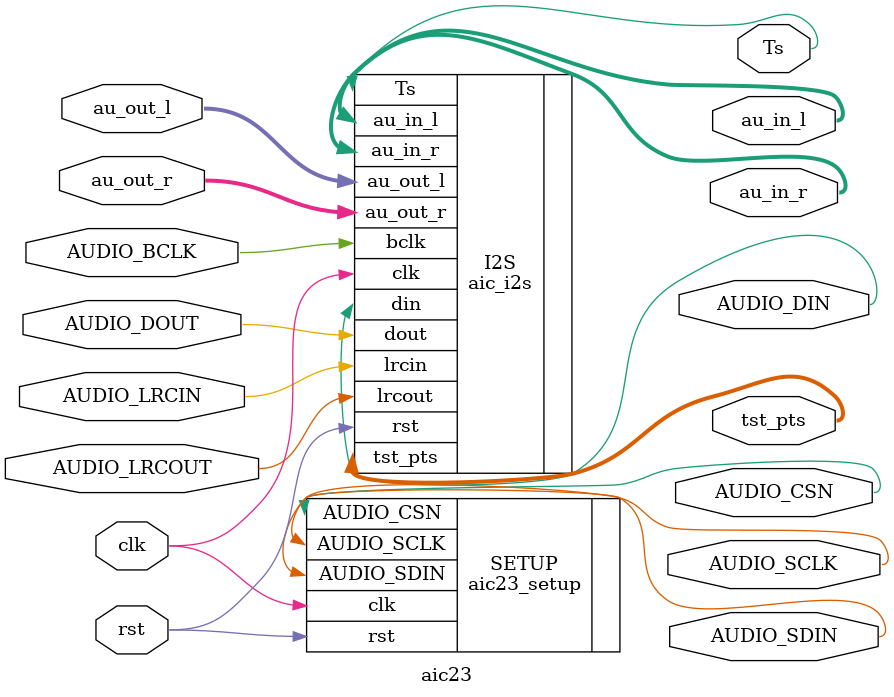
<source format=v>
/**
 * Copyright DSPtronics 2008, 2009, 2010
 * The source files are provided AS IS with no warranty.  DSPtronics
 * is not liable for the use of these source files.  The source files
 * may not be redistributed.
 * 
 * Simple interface to the AIC23 CODEC.  Currently hardcoded for a 
 * set configuration.
 * 
 * Default to 96kHz Sample rate and 32bit word.
 */

`resetall
//synopsys translate_off
`default_nettype none    // Must explicitly declare all signals.
//synopsys translate_on
  
module aic23
#(
  parameter C_SR = 96000, // SAMPLE_RATE
  parameter C_SW = 32     // SAMPLE_WIDTH
)
(
input  wire clk,
input  wire rst,

// [CODEC Interface to FPGA Logic]
output wire [C_SW-1:0] au_in_r,   // Samples to FPGA Logic
output wire [C_SW-1:0] au_in_l,   //
input  wire [C_SW-1:0] au_out_r,  // Samples from FPGA Logic
input  wire [C_SW-1:0] au_out_l,  // 
output wire Ts,               // Sample Rate Pulse, Interrupt Signal

// [Bus Interface for Configuration] \TODO

// [External CODEC Interface to AIC23]
//         [Signal Name][AIC23 Pin][FPGA Pin][---Comment--------------------]  | 
//output wire AUDIO_CLK,    // 25     AB3     - MCLK, external clock input 12MHz |  
input  wire AUDIO_BCLK,     //  3     F3      - I2S Serial-bit clock             |
output wire AUDIO_DIN,      //  4     J21     - I2S                              |
input  wire AUDIO_DOUT,     //  6     B13     - I2S                              |
input  wire AUDIO_LRCIN,    //  5     W4      - I2S DAC-word clock signal        |
input  wire AUDIO_LRCOUT,   //  7     AB2     - I2S ADC-word clock signal        |
//output wire AUDIO_MODE,   // 22     AA2     - 0 - 2 wire, 1- SPI               |
output wire AUDIO_CSN,      // 21     AC25    - Control Mode Chip Select         |
output wire AUDIO_SCLK,     // 24     R4      - Control-port Serial clock        |
output wire AUDIO_SDIN,     // 23     AD2     - Control-port Serial data         |

output wire [5:0] tst_pts 
);
   
   //~~~~~~~~~~~~~~~~~~~~~~~~~~~~~~~~~~~~~~~~~~~~~~~~~~~~~~~
   // --[Continuous Assignments]--
   //assign AUDIO_MODE = 1'b1;     // SPI Mode

   
   //~~~~~~~~~~~~~~~~~~~~~~~~~~~~~~~~~~~~~~~~~~~~~~~~~~~~~~~
   // --[AIC23 Setup]--
   aic23_setup #(C_SR, C_SW)
     SETUP
     (
      .clk(clk),
      .rst(rst),
      .AUDIO_CSN(AUDIO_CSN),
      .AUDIO_SCLK(AUDIO_SCLK),
      .AUDIO_SDIN(AUDIO_SDIN)
      );

   
   //~~~~~~~~~~~~~~~~~~~~~~~~~~~~~~~~~~~~~~~~~~~~~~~~~~~~~~~
   // --[I2S]--
   aic_i2s #(C_SR, C_SW)
     I2S
       (
        .clk(clk),
        .rst(rst),
        .bclk(AUDIO_BCLK),
        .din(AUDIO_DIN),
        .dout(AUDIO_DOUT),
        .lrcin(AUDIO_LRCIN),
        .lrcout(AUDIO_LRCOUT),
        .au_in_l(au_in_l),
        .au_in_r(au_in_r),
        .au_out_l(au_out_l),
        .au_out_r(au_out_r),
        .Ts(Ts),
        .tst_pts(tst_pts)
        );

   
endmodule
</source>
